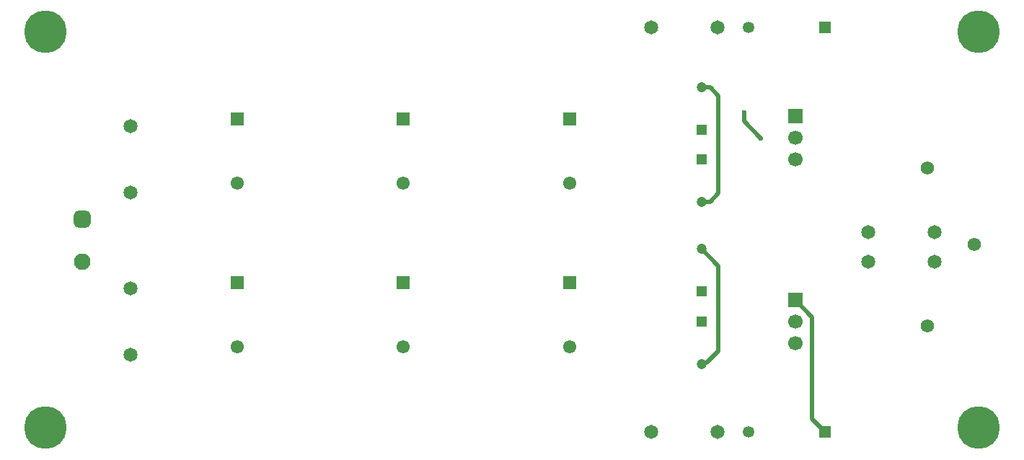
<source format=gbr>
G04*
G04 #@! TF.GenerationSoftware,Altium Limited,Altium Designer,24.5.1 (21)*
G04*
G04 Layer_Physical_Order=1*
G04 Layer_Color=255*
%FSLAX25Y25*%
%MOIN*%
G70*
G04*
G04 #@! TF.SameCoordinates,C76CA4C4-4B78-49E4-996D-9464DF6DB47D*
G04*
G04*
G04 #@! TF.FilePolarity,Positive*
G04*
G01*
G75*
%ADD18C,0.04724*%
%ADD19R,0.04724X0.04724*%
%ADD21R,0.06102X0.06102*%
%ADD22C,0.06102*%
%ADD29C,0.01968*%
%ADD30C,0.06693*%
%ADD31R,0.06693X0.06693*%
%ADD32C,0.06496*%
%ADD33C,0.06181*%
G04:AMPARAMS|DCode=34|XSize=76.77mil|YSize=76.77mil|CornerRadius=19.19mil|HoleSize=0mil|Usage=FLASHONLY|Rotation=270.000|XOffset=0mil|YOffset=0mil|HoleType=Round|Shape=RoundedRectangle|*
%AMROUNDEDRECTD34*
21,1,0.07677,0.03839,0,0,270.0*
21,1,0.03839,0.07677,0,0,270.0*
1,1,0.03839,-0.01919,-0.01919*
1,1,0.03839,-0.01919,0.01919*
1,1,0.03839,0.01919,0.01919*
1,1,0.03839,0.01919,-0.01919*
%
%ADD34ROUNDEDRECTD34*%
%ADD35C,0.07677*%
%ADD36C,0.19685*%
%ADD37C,0.05315*%
%ADD38R,0.05315X0.05315*%
%ADD39C,0.02362*%
D18*
X316929Y43307D02*
D03*
Y96457D02*
D03*
Y171260D02*
D03*
Y118110D02*
D03*
D19*
Y62992D02*
D03*
Y76772D02*
D03*
Y151575D02*
D03*
Y137795D02*
D03*
D21*
X179134Y156496D02*
D03*
X102362Y80709D02*
D03*
X255906D02*
D03*
X179134D02*
D03*
X102362Y156496D02*
D03*
X255906D02*
D03*
D22*
X179134Y126969D02*
D03*
X102362Y51181D02*
D03*
X255906D02*
D03*
X179134D02*
D03*
X102362Y126969D02*
D03*
X255906D02*
D03*
D29*
X336614Y155512D02*
Y159449D01*
Y155512D02*
X344488Y147638D01*
X344488D01*
X368110Y17717D02*
X374016Y11811D01*
X368110Y17717D02*
Y64961D01*
X360236Y72835D02*
X368110Y64961D01*
X316929Y43307D02*
X317456Y43834D01*
X319425D01*
X324803Y49213D01*
Y88583D01*
X316929Y96457D02*
X324803Y88583D01*
X316929Y171260D02*
X320866D01*
X324803Y167323D01*
X320866Y118110D02*
X324803Y122047D01*
Y167323D01*
X316929Y118110D02*
X320866D01*
D30*
X360236Y137795D02*
D03*
Y147795D02*
D03*
Y62835D02*
D03*
Y52835D02*
D03*
D31*
Y157795D02*
D03*
Y72835D02*
D03*
D32*
X53150Y122441D02*
D03*
Y153150D02*
D03*
Y78347D02*
D03*
Y47638D02*
D03*
X324410Y198819D02*
D03*
X293701D02*
D03*
X394094Y90551D02*
D03*
X424803D02*
D03*
X394094Y104331D02*
D03*
X424803D02*
D03*
X324410Y11811D02*
D03*
X293701D02*
D03*
D33*
X442913Y98425D02*
D03*
X421260Y61024D02*
D03*
Y133858D02*
D03*
D34*
X30512Y110236D02*
D03*
D35*
Y90551D02*
D03*
D36*
X444882Y196850D02*
D03*
X13780Y13780D02*
D03*
X444882D02*
D03*
X13780Y196850D02*
D03*
D37*
X338583Y11811D02*
D03*
Y198819D02*
D03*
D38*
X374016Y11811D02*
D03*
Y198819D02*
D03*
D39*
X336614Y159449D02*
D03*
X344488Y147638D02*
D03*
M02*

</source>
